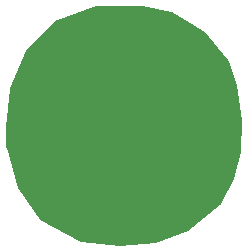
<source format=gtl>
G04 #@! TF.GenerationSoftware,KiCad,Pcbnew,7.0.10*
G04 #@! TF.CreationDate,2024-06-20T09:05:48-05:00*
G04 #@! TF.ProjectId,g0dzilla_vs_rear,6730647a-696c-46c6-915f-76735f726561,1*
G04 #@! TF.SameCoordinates,Original*
G04 #@! TF.FileFunction,Copper,L1,Top*
G04 #@! TF.FilePolarity,Positive*
%FSLAX46Y46*%
G04 Gerber Fmt 4.6, Leading zero omitted, Abs format (unit mm)*
G04 Created by KiCad (PCBNEW 7.0.10) date 2024-06-20 09:05:48*
%MOMM*%
%LPD*%
G01*
G04 APERTURE LIST*
G04 APERTURE END LIST*
G04 #@! TA.AperFunction,NonConductor*
G36*
X100503874Y-141903038D02*
G01*
X102890965Y-142425831D01*
X102926838Y-142439807D01*
X104249740Y-143210288D01*
X105621020Y-144008946D01*
X105654027Y-144036900D01*
X107725195Y-146532164D01*
X107747361Y-146571980D01*
X108436622Y-148629915D01*
X108441610Y-148650502D01*
X108898277Y-151628763D01*
X108899650Y-151651371D01*
X108820419Y-154226357D01*
X108816624Y-154253219D01*
X108223720Y-156575427D01*
X108212900Y-156603264D01*
X107091855Y-158697849D01*
X107060459Y-158735788D01*
X104334783Y-160938055D01*
X104302313Y-160956969D01*
X101647513Y-162003098D01*
X101611228Y-162011392D01*
X98541034Y-162239181D01*
X98518996Y-162238852D01*
X95293847Y-161902487D01*
X95248797Y-161888801D01*
X91925940Y-160133701D01*
X91882950Y-160096130D01*
X89912661Y-157337725D01*
X89894138Y-157299020D01*
X88954078Y-153934595D01*
X88949557Y-153904850D01*
X88900245Y-152218390D01*
X88900888Y-152201649D01*
X89248106Y-148937797D01*
X89256850Y-148903464D01*
X90570914Y-145731928D01*
X90596543Y-145692978D01*
X92980109Y-143240465D01*
X93026835Y-143210290D01*
X96490313Y-141957122D01*
X96530933Y-141949737D01*
X100475796Y-141900178D01*
X100503874Y-141903038D01*
G37*
G04 #@! TD.AperFunction*
M02*

</source>
